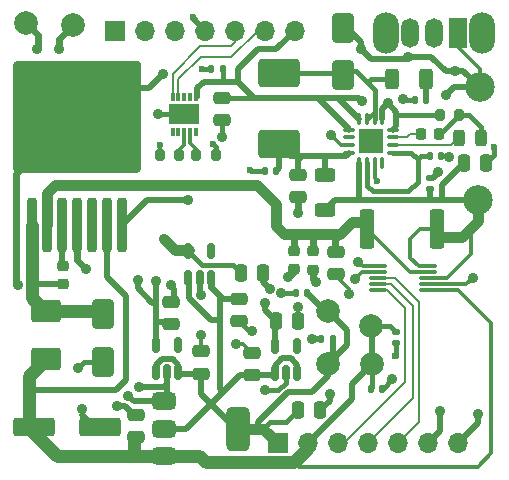
<source format=gbr>
%TF.GenerationSoftware,KiCad,Pcbnew,9.0.0*%
%TF.CreationDate,2026-01-02T12:21:10+01:00*%
%TF.ProjectId,PowerSupply,506f7765-7253-4757-9070-6c792e6b6963,rev?*%
%TF.SameCoordinates,Original*%
%TF.FileFunction,Copper,L1,Top*%
%TF.FilePolarity,Positive*%
%FSLAX46Y46*%
G04 Gerber Fmt 4.6, Leading zero omitted, Abs format (unit mm)*
G04 Created by KiCad (PCBNEW 9.0.0) date 2026-01-02 12:21:10*
%MOMM*%
%LPD*%
G01*
G04 APERTURE LIST*
G04 Aperture macros list*
%AMRoundRect*
0 Rectangle with rounded corners*
0 $1 Rounding radius*
0 $2 $3 $4 $5 $6 $7 $8 $9 X,Y pos of 4 corners*
0 Add a 4 corners polygon primitive as box body*
4,1,4,$2,$3,$4,$5,$6,$7,$8,$9,$2,$3,0*
0 Add four circle primitives for the rounded corners*
1,1,$1+$1,$2,$3*
1,1,$1+$1,$4,$5*
1,1,$1+$1,$6,$7*
1,1,$1+$1,$8,$9*
0 Add four rect primitives between the rounded corners*
20,1,$1+$1,$2,$3,$4,$5,0*
20,1,$1+$1,$4,$5,$6,$7,0*
20,1,$1+$1,$6,$7,$8,$9,0*
20,1,$1+$1,$8,$9,$2,$3,0*%
G04 Aperture macros list end*
%TA.AperFunction,SMDPad,CuDef*%
%ADD10RoundRect,0.250000X-0.650000X1.000000X-0.650000X-1.000000X0.650000X-1.000000X0.650000X1.000000X0*%
%TD*%
%TA.AperFunction,SMDPad,CuDef*%
%ADD11RoundRect,0.150000X0.150000X-0.512500X0.150000X0.512500X-0.150000X0.512500X-0.150000X-0.512500X0*%
%TD*%
%TA.AperFunction,SMDPad,CuDef*%
%ADD12RoundRect,0.140000X0.170000X-0.140000X0.170000X0.140000X-0.170000X0.140000X-0.170000X-0.140000X0*%
%TD*%
%TA.AperFunction,SMDPad,CuDef*%
%ADD13RoundRect,0.250000X0.250000X0.475000X-0.250000X0.475000X-0.250000X-0.475000X0.250000X-0.475000X0*%
%TD*%
%TA.AperFunction,SMDPad,CuDef*%
%ADD14RoundRect,0.040000X-0.120000X0.465000X-0.120000X-0.465000X0.120000X-0.465000X0.120000X0.465000X0*%
%TD*%
%TA.AperFunction,SMDPad,CuDef*%
%ADD15RoundRect,0.040000X-0.465000X0.120000X-0.465000X-0.120000X0.465000X-0.120000X0.465000X0.120000X0*%
%TD*%
%TA.AperFunction,SMDPad,CuDef*%
%ADD16R,2.100000X2.100000*%
%TD*%
%TA.AperFunction,SMDPad,CuDef*%
%ADD17RoundRect,0.250000X0.475000X-0.250000X0.475000X0.250000X-0.475000X0.250000X-0.475000X-0.250000X0*%
%TD*%
%TA.AperFunction,SMDPad,CuDef*%
%ADD18RoundRect,0.035000X-0.700000X-0.105000X0.700000X-0.105000X0.700000X0.105000X-0.700000X0.105000X0*%
%TD*%
%TA.AperFunction,SMDPad,CuDef*%
%ADD19C,2.000000*%
%TD*%
%TA.AperFunction,SMDPad,CuDef*%
%ADD20RoundRect,0.250000X-0.475000X0.250000X-0.475000X-0.250000X0.475000X-0.250000X0.475000X0.250000X0*%
%TD*%
%TA.AperFunction,SMDPad,CuDef*%
%ADD21RoundRect,0.250000X1.500000X-0.925000X1.500000X0.925000X-1.500000X0.925000X-1.500000X-0.925000X0*%
%TD*%
%TA.AperFunction,SMDPad,CuDef*%
%ADD22RoundRect,0.140000X0.140000X0.170000X-0.140000X0.170000X-0.140000X-0.170000X0.140000X-0.170000X0*%
%TD*%
%TA.AperFunction,SMDPad,CuDef*%
%ADD23C,2.500000*%
%TD*%
%TA.AperFunction,SMDPad,CuDef*%
%ADD24RoundRect,0.140000X-0.140000X-0.170000X0.140000X-0.170000X0.140000X0.170000X-0.140000X0.170000X0*%
%TD*%
%TA.AperFunction,SMDPad,CuDef*%
%ADD25RoundRect,0.375000X-0.625000X-0.375000X0.625000X-0.375000X0.625000X0.375000X-0.625000X0.375000X0*%
%TD*%
%TA.AperFunction,SMDPad,CuDef*%
%ADD26RoundRect,0.500000X-0.500000X-1.400000X0.500000X-1.400000X0.500000X1.400000X-0.500000X1.400000X0*%
%TD*%
%TA.AperFunction,SMDPad,CuDef*%
%ADD27RoundRect,0.243750X-0.243750X-0.456250X0.243750X-0.456250X0.243750X0.456250X-0.243750X0.456250X0*%
%TD*%
%TA.AperFunction,SMDPad,CuDef*%
%ADD28RoundRect,0.250000X-1.000000X0.700000X-1.000000X-0.700000X1.000000X-0.700000X1.000000X0.700000X0*%
%TD*%
%TA.AperFunction,SMDPad,CuDef*%
%ADD29RoundRect,0.218750X-0.218750X-0.256250X0.218750X-0.256250X0.218750X0.256250X-0.218750X0.256250X0*%
%TD*%
%TA.AperFunction,SMDPad,CuDef*%
%ADD30RoundRect,0.200000X0.200000X-2.100000X0.200000X2.100000X-0.200000X2.100000X-0.200000X-2.100000X0*%
%TD*%
%TA.AperFunction,SMDPad,CuDef*%
%ADD31RoundRect,0.250000X2.375000X-2.025000X2.375000X2.025000X-2.375000X2.025000X-2.375000X-2.025000X0*%
%TD*%
%TA.AperFunction,SMDPad,CuDef*%
%ADD32RoundRect,0.250002X5.149998X-4.449998X5.149998X4.449998X-5.149998X4.449998X-5.149998X-4.449998X0*%
%TD*%
%TA.AperFunction,SMDPad,CuDef*%
%ADD33RoundRect,0.225000X-0.250000X0.225000X-0.250000X-0.225000X0.250000X-0.225000X0.250000X0.225000X0*%
%TD*%
%TA.AperFunction,SMDPad,CuDef*%
%ADD34RoundRect,0.250000X0.362500X1.425000X-0.362500X1.425000X-0.362500X-1.425000X0.362500X-1.425000X0*%
%TD*%
%TA.AperFunction,ComponentPad*%
%ADD35R,1.700000X1.700000*%
%TD*%
%TA.AperFunction,ComponentPad*%
%ADD36O,1.700000X1.700000*%
%TD*%
%TA.AperFunction,SMDPad,CuDef*%
%ADD37RoundRect,0.200000X-0.200000X-0.275000X0.200000X-0.275000X0.200000X0.275000X-0.200000X0.275000X0*%
%TD*%
%TA.AperFunction,SMDPad,CuDef*%
%ADD38RoundRect,0.250000X-0.250000X-0.475000X0.250000X-0.475000X0.250000X0.475000X-0.250000X0.475000X0*%
%TD*%
%TA.AperFunction,SMDPad,CuDef*%
%ADD39RoundRect,0.250000X-1.500000X-0.550000X1.500000X-0.550000X1.500000X0.550000X-1.500000X0.550000X0*%
%TD*%
%TA.AperFunction,SMDPad,CuDef*%
%ADD40RoundRect,0.200000X0.200000X0.275000X-0.200000X0.275000X-0.200000X-0.275000X0.200000X-0.275000X0*%
%TD*%
%TA.AperFunction,SMDPad,CuDef*%
%ADD41RoundRect,0.250000X-0.625000X0.312500X-0.625000X-0.312500X0.625000X-0.312500X0.625000X0.312500X0*%
%TD*%
%TA.AperFunction,SMDPad,CuDef*%
%ADD42RoundRect,0.250000X-0.312500X-0.625000X0.312500X-0.625000X0.312500X0.625000X-0.312500X0.625000X0*%
%TD*%
%TA.AperFunction,SMDPad,CuDef*%
%ADD43RoundRect,0.225000X0.250000X-0.225000X0.250000X0.225000X-0.250000X0.225000X-0.250000X-0.225000X0*%
%TD*%
%TA.AperFunction,ComponentPad*%
%ADD44O,2.200000X3.500000*%
%TD*%
%TA.AperFunction,ComponentPad*%
%ADD45R,1.500000X2.500000*%
%TD*%
%TA.AperFunction,ComponentPad*%
%ADD46O,1.500000X2.500000*%
%TD*%
%TA.AperFunction,SMDPad,CuDef*%
%ADD47RoundRect,0.140000X-0.170000X0.140000X-0.170000X-0.140000X0.170000X-0.140000X0.170000X0.140000X0*%
%TD*%
%TA.AperFunction,SMDPad,CuDef*%
%ADD48R,0.300000X0.800000*%
%TD*%
%TA.AperFunction,SMDPad,CuDef*%
%ADD49R,2.500000X1.800000*%
%TD*%
%TA.AperFunction,SMDPad,CuDef*%
%ADD50RoundRect,0.250000X0.650000X-1.000000X0.650000X1.000000X-0.650000X1.000000X-0.650000X-1.000000X0*%
%TD*%
%TA.AperFunction,ViaPad*%
%ADD51C,0.900000*%
%TD*%
%TA.AperFunction,ViaPad*%
%ADD52C,0.600000*%
%TD*%
%TA.AperFunction,Conductor*%
%ADD53C,0.600000*%
%TD*%
%TA.AperFunction,Conductor*%
%ADD54C,0.300000*%
%TD*%
%TA.AperFunction,Conductor*%
%ADD55C,0.400000*%
%TD*%
%TA.AperFunction,Conductor*%
%ADD56C,0.500000*%
%TD*%
%TA.AperFunction,Conductor*%
%ADD57C,1.100000*%
%TD*%
%TA.AperFunction,Conductor*%
%ADD58C,0.200000*%
%TD*%
%TA.AperFunction,Conductor*%
%ADD59C,0.900000*%
%TD*%
G04 APERTURE END LIST*
D10*
%TO.P,D1,1,K*%
%TO.N,Net-(D1-K)*%
X472810000Y-314700000D03*
%TO.P,D1,2,A*%
%TO.N,GND*%
X472810000Y-318700000D03*
%TD*%
D11*
%TO.P,U4,1,IN*%
%TO.N,+3.3V*%
X487380000Y-319660000D03*
%TO.P,U4,2,GND*%
%TO.N,GND*%
X488330000Y-319660000D03*
%TO.P,U4,3,EN*%
%TO.N,+3.3V*%
X489280000Y-319660000D03*
%TO.P,U4,4,NC*%
%TO.N,unconnected-(U4-NC-Pad4)*%
X489280000Y-317385000D03*
%TO.P,U4,5,OUT*%
%TO.N,/1.5v out*%
X487380000Y-317385000D03*
%TD*%
D12*
%TO.P,C40,1*%
%TO.N,Net-(U1-BAT)*%
X500500000Y-304100000D03*
%TO.P,C40,2*%
%TO.N,GND*%
X500500000Y-303140000D03*
%TD*%
D13*
%TO.P,C138,1*%
%TO.N,GND*%
X489365000Y-315275000D03*
%TO.P,C138,2*%
%TO.N,/1.5v out*%
X487465000Y-315275000D03*
%TD*%
D14*
%TO.P,U1,1,VIN*%
%TO.N,/USB+*%
X496490000Y-298195000D03*
%TO.P,U1,2,LX*%
%TO.N,Net-(D5-K)*%
X495840000Y-298195000D03*
%TO.P,U1,3,LX*%
X495190000Y-298195000D03*
%TO.P,U1,4,VIN*%
%TO.N,/USB+*%
X494540000Y-298195000D03*
D15*
%TO.P,U1,5,VIN*%
X493655000Y-299080000D03*
%TO.P,U1,6,PWR_ON-*%
%TO.N,unconnected-(U1-PWR_ON--Pad6)*%
X493655000Y-299730000D03*
%TO.P,U1,7,GND*%
%TO.N,GND*%
X493655000Y-300380000D03*
%TO.P,U1,8,VS*%
X493655000Y-301030000D03*
D14*
%TO.P,U1,9,BAT*%
%TO.N,Net-(U1-BAT)*%
X494540000Y-301915000D03*
%TO.P,U1,10,VREG*%
%TO.N,Net-(U1-CS)*%
X495190000Y-301915000D03*
%TO.P,U1,11,TS*%
%TO.N,GND*%
X495840000Y-301915000D03*
%TO.P,U1,12,RTRICK*%
%TO.N,unconnected-(U1-RTRICK-Pad12)*%
X496490000Y-301915000D03*
D15*
%TO.P,U1,13,CS*%
%TO.N,Net-(U1-CS)*%
X497375000Y-301030000D03*
%TO.P,U1,14,~{STDBY}*%
%TO.N,Net-(D6-K)*%
X497375000Y-300380000D03*
%TO.P,U1,15,~{CHRG}*%
%TO.N,Net-(D7-K)*%
X497375000Y-299730000D03*
%TO.P,U1,16,VIN*%
%TO.N,/USB+*%
X497375000Y-299080000D03*
D16*
%TO.P,U1,17,EXP*%
%TO.N,unconnected-(U1-EXP-Pad17)*%
X495515000Y-300055000D03*
%TD*%
D17*
%TO.P,C66,1*%
%TO.N,/1.8v out*%
X478595000Y-315540000D03*
%TO.P,C66,2*%
%TO.N,GND*%
X478595000Y-313640000D03*
%TD*%
D18*
%TO.P,U10,1,A1*%
%TO.N,GND*%
X496090000Y-310655000D03*
%TO.P,U10,2,A0*%
X496090000Y-311155000D03*
%TO.P,U10,3,ALERT*%
%TO.N,/voltage Alert Pin*%
X496090000Y-311655000D03*
%TO.P,U10,4,SDA*%
%TO.N,/power SDA*%
X496090000Y-312155000D03*
%TO.P,U10,5,SCL*%
%TO.N,/power SCL*%
X496090000Y-312655000D03*
%TO.P,U10,6,VS*%
%TO.N,+5V*%
X500390000Y-312655000D03*
%TO.P,U10,7,GND*%
%TO.N,GND*%
X500390000Y-312155000D03*
%TO.P,U10,8,VBUS*%
%TO.N,Net-(U1-BAT)*%
X500390000Y-311655000D03*
%TO.P,U10,9,IN-*%
%TO.N,/battery output*%
X500390000Y-311155000D03*
%TO.P,U10,10,IN+*%
%TO.N,Net-(U1-BAT)*%
X500390000Y-310655000D03*
%TD*%
D19*
%TO.P,TP20,1,1*%
%TO.N,GND*%
X470330000Y-290170000D03*
%TD*%
D20*
%TO.P,C141,1*%
%TO.N,GND*%
X475660000Y-323225000D03*
%TO.P,C141,2*%
%TO.N,+5V*%
X475660000Y-325125000D03*
%TD*%
D21*
%TO.P,L2,1,1*%
%TO.N,GND*%
X487730000Y-300320000D03*
%TO.P,L2,2,2*%
%TO.N,Net-(D5-K)*%
X487730000Y-294270000D03*
%TD*%
D13*
%TO.P,C67,1*%
%TO.N,GND*%
X486420000Y-311215000D03*
%TO.P,C67,2*%
%TO.N,/2.8v out*%
X484520000Y-311215000D03*
%TD*%
D19*
%TO.P,TP17,1,1*%
%TO.N,+3.3V*%
X491875000Y-318895000D03*
%TD*%
D22*
%TO.P,C21,1*%
%TO.N,GND*%
X487485000Y-302535000D03*
%TO.P,C21,2*%
X486525000Y-302535000D03*
%TD*%
D23*
%TO.P,TP18,1,1*%
%TO.N,GND*%
X504725000Y-295490000D03*
%TD*%
D24*
%TO.P,C19,1*%
%TO.N,+5V*%
X495515000Y-320995000D03*
%TO.P,C19,2*%
%TO.N,GND*%
X496475000Y-320995000D03*
%TD*%
D25*
%TO.P,U11,1,GND*%
%TO.N,GND*%
X478005000Y-322085000D03*
%TO.P,U11,2,VO*%
%TO.N,+3.3V*%
X478005000Y-324385000D03*
D26*
X484305000Y-324385000D03*
D25*
%TO.P,U11,3,VI*%
%TO.N,+5V*%
X478005000Y-326685000D03*
%TD*%
D23*
%TO.P,TP10,1,1*%
%TO.N,Net-(U1-BAT)*%
X504590000Y-304990000D03*
%TD*%
D22*
%TO.P,C43,1*%
%TO.N,/USB+*%
X482965000Y-293945000D03*
%TO.P,C43,2*%
%TO.N,GND*%
X482005000Y-293945000D03*
%TD*%
%TO.P,C15,1*%
%TO.N,+3.3V*%
X490115000Y-312900000D03*
%TO.P,C15,2*%
%TO.N,GND*%
X489155000Y-312900000D03*
%TD*%
D20*
%TO.P,C65,1*%
%TO.N,GND*%
X481180000Y-317845000D03*
%TO.P,C65,2*%
%TO.N,+3.3V*%
X481180000Y-319745000D03*
%TD*%
D27*
%TO.P,D6,1,K*%
%TO.N,Net-(D6-K)*%
X502952500Y-299735000D03*
%TO.P,D6,2,A*%
%TO.N,Net-(D6-A)*%
X504827500Y-299735000D03*
%TD*%
D28*
%TO.P,L1,1,1*%
%TO.N,Net-(D1-K)*%
X467985000Y-314420000D03*
%TO.P,L1,2,2*%
%TO.N,+5V*%
X467985000Y-318520000D03*
%TD*%
D29*
%TO.P,D7,1,K*%
%TO.N,Net-(D7-K)*%
X499742500Y-299475000D03*
%TO.P,D7,2,A*%
%TO.N,Net-(D6-A)*%
X501317500Y-299475000D03*
%TD*%
D17*
%TO.P,C64,1*%
%TO.N,GND*%
X484355000Y-315265000D03*
%TO.P,C64,2*%
%TO.N,+3.3V*%
X484355000Y-313365000D03*
%TD*%
D30*
%TO.P,U9,1,SW*%
%TO.N,GND*%
X466870000Y-307130000D03*
%TO.P,U9,2,VIN*%
%TO.N,Net-(U9-VIN)*%
X468140000Y-307130000D03*
%TO.P,U9,3,BOOT*%
%TO.N,/battery output*%
X469410000Y-307130000D03*
%TO.P,U9,4,GND*%
%TO.N,Net-(D1-K)*%
X470680000Y-307130000D03*
%TO.P,U9,5,NC*%
%TO.N,unconnected-(U9-NC-Pad5)*%
X471950000Y-307130000D03*
%TO.P,U9,6,FB*%
%TO.N,Net-(SW1A-B)*%
X473220000Y-307130000D03*
%TO.P,U9,7,EN*%
%TO.N,+5V*%
X474490000Y-307130000D03*
D31*
%TO.P,U9,8,8*%
%TO.N,GND*%
X467905000Y-300405000D03*
X473455000Y-300405000D03*
D32*
X470680000Y-297980000D03*
D31*
X467905000Y-295555000D03*
X473455000Y-295555000D03*
%TD*%
D19*
%TO.P,TP19,1,1*%
%TO.N,+5V*%
X495625000Y-318900000D03*
%TD*%
D33*
%TO.P,C36,1*%
%TO.N,/battery output*%
X490640000Y-309370000D03*
%TO.P,C36,2*%
%TO.N,GND*%
X490640000Y-310920000D03*
%TD*%
D34*
%TO.P,R25,1*%
%TO.N,Net-(U1-BAT)*%
X501092500Y-307505000D03*
%TO.P,R25,2*%
%TO.N,/battery output*%
X495167500Y-307505000D03*
%TD*%
D20*
%TO.P,C39,1*%
%TO.N,GND*%
X489375000Y-302890000D03*
%TO.P,C39,2*%
X489375000Y-304790000D03*
%TD*%
D35*
%TO.P,J2,1,Pin_1*%
%TO.N,+3.3V*%
X487650000Y-325605000D03*
D36*
%TO.P,J2,2,Pin_2*%
%TO.N,+5V*%
X490190000Y-325605000D03*
%TO.P,J2,3,Pin_3*%
%TO.N,/power SCL*%
X492730000Y-325605000D03*
%TO.P,J2,4,Pin_4*%
%TO.N,/power SDA*%
X495270000Y-325605000D03*
%TO.P,J2,5,Pin_5*%
%TO.N,/voltage Alert Pin*%
X497810000Y-325605000D03*
%TO.P,J2,6,Pin_6*%
%TO.N,GND*%
X500350000Y-325605000D03*
%TO.P,J2,7,Pin_7*%
X502890000Y-325605000D03*
%TD*%
D24*
%TO.P,C42,1*%
%TO.N,Net-(U1-CS)*%
X500505000Y-301290000D03*
%TO.P,C42,2*%
%TO.N,GND*%
X501465000Y-301290000D03*
%TD*%
D37*
%TO.P,R23,1*%
%TO.N,/USB+*%
X501340000Y-297865000D03*
%TO.P,R23,2*%
%TO.N,Net-(D6-A)*%
X502990000Y-297865000D03*
%TD*%
D11*
%TO.P,U2,1,IN*%
%TO.N,+3.3V*%
X480075000Y-311630000D03*
%TO.P,U2,2,GND*%
%TO.N,GND*%
X481025000Y-311630000D03*
%TO.P,U2,3,EN*%
%TO.N,+3.3V*%
X481975000Y-311630000D03*
%TO.P,U2,4,NC*%
%TO.N,unconnected-(U2-NC-Pad4)*%
X481975000Y-309355000D03*
%TO.P,U2,5,OUT*%
%TO.N,/2.8v out*%
X480075000Y-309355000D03*
%TD*%
D38*
%TO.P,C41,1*%
%TO.N,Net-(U1-BAT)*%
X503375000Y-301905000D03*
%TO.P,C41,2*%
%TO.N,GND*%
X505275000Y-301905000D03*
%TD*%
D39*
%TO.P,C37,1*%
%TO.N,+5V*%
X467000000Y-324285000D03*
%TO.P,C37,2*%
%TO.N,GND*%
X472600000Y-324285000D03*
%TD*%
D33*
%TO.P,C38,1*%
%TO.N,/battery output*%
X489045000Y-309345000D03*
%TO.P,C38,2*%
%TO.N,GND*%
X489045000Y-310895000D03*
%TD*%
D40*
%TO.P,R19,1*%
%TO.N,Net-(IC1-VSET)*%
X479295000Y-301230000D03*
%TO.P,R19,2*%
%TO.N,GND*%
X477645000Y-301230000D03*
%TD*%
D38*
%TO.P,C4,1*%
%TO.N,+3.3V*%
X489345000Y-322825000D03*
%TO.P,C4,2*%
%TO.N,GND*%
X491245000Y-322825000D03*
%TD*%
D20*
%TO.P,C137,1*%
%TO.N,GND*%
X485425000Y-317962500D03*
%TO.P,C137,2*%
%TO.N,+3.3V*%
X485425000Y-319862500D03*
%TD*%
D22*
%TO.P,C12,1*%
%TO.N,GND*%
X500195000Y-296535000D03*
%TO.P,C12,2*%
X499235000Y-296535000D03*
%TD*%
D41*
%TO.P,R13,1*%
%TO.N,GND*%
X491625000Y-302932500D03*
%TO.P,R13,2*%
%TO.N,Net-(U1-BAT)*%
X491625000Y-305857500D03*
%TD*%
D35*
%TO.P,J1,1,Pin_1*%
%TO.N,/1.8v out*%
X473860000Y-290680000D03*
D36*
%TO.P,J1,2,Pin_2*%
%TO.N,/2.8v out*%
X476400000Y-290680000D03*
%TO.P,J1,3,Pin_3*%
%TO.N,/1.5v out*%
X478940000Y-290680000D03*
%TO.P,J1,4,Pin_4*%
%TO.N,GND*%
X481480000Y-290680000D03*
%TO.P,J1,5,Pin_5*%
%TO.N,/CC2*%
X484020000Y-290680000D03*
%TO.P,J1,6,Pin_6*%
%TO.N,/CC1*%
X486560000Y-290680000D03*
%TO.P,J1,7,Pin_7*%
%TO.N,/USB+*%
X489100000Y-290680000D03*
%TD*%
D20*
%TO.P,C5,1*%
%TO.N,/battery output*%
X492535000Y-309425000D03*
%TO.P,C5,2*%
%TO.N,GND*%
X492535000Y-311325000D03*
%TD*%
D11*
%TO.P,U3,1,IN*%
%TO.N,+3.3V*%
X477327500Y-319592500D03*
%TO.P,U3,2,GND*%
%TO.N,GND*%
X478277500Y-319592500D03*
%TO.P,U3,3,EN*%
%TO.N,+3.3V*%
X479227500Y-319592500D03*
%TO.P,U3,4,NC*%
%TO.N,unconnected-(U3-NC-Pad4)*%
X479227500Y-317317500D03*
%TO.P,U3,5,OUT*%
%TO.N,/1.8v out*%
X477327500Y-317317500D03*
%TD*%
D37*
%TO.P,R20,1*%
%TO.N,Net-(IC1-ISET)*%
X480745000Y-301210000D03*
%TO.P,R20,2*%
%TO.N,GND*%
X482395000Y-301210000D03*
%TD*%
D19*
%TO.P,TP16,1,1*%
%TO.N,+3.3V*%
X491875000Y-314395000D03*
%TD*%
D42*
%TO.P,R14,1*%
%TO.N,Net-(D5-K)*%
X497270000Y-294810000D03*
%TO.P,R14,2*%
%TO.N,GND*%
X500195000Y-294810000D03*
%TD*%
D43*
%TO.P,C22,1*%
%TO.N,Net-(D1-K)*%
X469450000Y-312140000D03*
%TO.P,C22,2*%
%TO.N,Net-(U9-VIN)*%
X469450000Y-310590000D03*
%TD*%
D19*
%TO.P,TP13,1,1*%
%TO.N,+5V*%
X495540000Y-315690000D03*
%TD*%
D44*
%TO.P,SW1,*%
%TO.N,*%
X504960000Y-290880000D03*
X496760000Y-290880000D03*
D45*
%TO.P,SW1,1,A*%
%TO.N,GND*%
X502860000Y-290880000D03*
D46*
%TO.P,SW1,2,B*%
%TO.N,Net-(SW1A-B)*%
X500860000Y-290880000D03*
%TO.P,SW1,3*%
%TO.N,N/C*%
X498860000Y-290880000D03*
%TD*%
D47*
%TO.P,C20,1*%
%TO.N,+5V*%
X497645000Y-316210000D03*
%TO.P,C20,2*%
%TO.N,GND*%
X497645000Y-317170000D03*
%TD*%
D20*
%TO.P,C44,1*%
%TO.N,/USB+*%
X482900000Y-296390000D03*
%TO.P,C44,2*%
%TO.N,GND*%
X482900000Y-298290000D03*
%TD*%
D19*
%TO.P,TP14,1,1*%
%TO.N,GND*%
X466310000Y-290015000D03*
%TD*%
D24*
%TO.P,C16,1*%
%TO.N,GND*%
X491325000Y-316770000D03*
%TO.P,C16,2*%
%TO.N,+3.3V*%
X492285000Y-316770000D03*
%TD*%
D48*
%TO.P,IC1,1,VIN*%
%TO.N,/USB+*%
X480727500Y-296265000D03*
%TO.P,IC1,2,D+*%
%TO.N,unconnected-(IC1-D+-Pad2)*%
X480227500Y-296265000D03*
%TO.P,IC1,3,D-*%
%TO.N,unconnected-(IC1-D--Pad3)*%
X479727500Y-296265000D03*
%TO.P,IC1,4,CC1*%
%TO.N,/CC1*%
X479227500Y-296265000D03*
%TO.P,IC1,5,CC2*%
%TO.N,/CC2*%
X478727500Y-296265000D03*
%TO.P,IC1,6,SDA*%
%TO.N,unconnected-(IC1-SDA-Pad6)*%
X478727500Y-299265000D03*
%TO.P,IC1,7,SCL*%
%TO.N,unconnected-(IC1-SCL-Pad7)*%
X479227500Y-299265000D03*
%TO.P,IC1,8,VSET*%
%TO.N,Net-(IC1-VSET)*%
X479727500Y-299265000D03*
%TO.P,IC1,9,ISET*%
%TO.N,Net-(IC1-ISET)*%
X480227500Y-299265000D03*
%TO.P,IC1,10,GATE*%
%TO.N,unconnected-(IC1-GATE-Pad10)*%
X480727500Y-299265000D03*
D49*
%TO.P,IC1,11,GND*%
%TO.N,GND*%
X479727500Y-297765000D03*
%TD*%
D50*
%TO.P,D5,1,K*%
%TO.N,Net-(D5-K)*%
X493140000Y-294435000D03*
%TO.P,D5,2,A*%
%TO.N,GND*%
X493140000Y-290435000D03*
%TD*%
D51*
%TO.N,GND*%
X492140000Y-299520000D03*
X488545000Y-311580000D03*
D52*
X485280000Y-302480000D03*
D51*
X482885000Y-299680000D03*
X465645000Y-312200000D03*
X494410000Y-310235000D03*
X467245000Y-292240000D03*
X478565000Y-312245000D03*
X498275000Y-296460000D03*
X474010000Y-322425000D03*
X501885000Y-296130000D03*
X489350000Y-306135000D03*
X497300000Y-320215000D03*
D52*
X477630000Y-300375000D03*
D51*
X477910000Y-294345000D03*
X477480000Y-297735000D03*
X494720000Y-292240000D03*
X471090000Y-322725000D03*
X494205000Y-311705000D03*
X489365000Y-314120000D03*
D52*
X505925000Y-300515000D03*
D51*
X490530000Y-316775000D03*
X502620000Y-294095000D03*
X469130000Y-292275000D03*
X481138002Y-313029498D03*
D52*
X497605000Y-318265000D03*
D51*
X487950000Y-312890000D03*
X484090000Y-317230000D03*
D52*
X496065000Y-303380000D03*
D51*
X475885000Y-320820000D03*
X504130000Y-311640000D03*
X471395000Y-310825000D03*
X490840000Y-311935000D03*
X493680000Y-312995000D03*
X504560000Y-323150000D03*
X501240000Y-302630000D03*
X481100000Y-316450000D03*
D52*
X482140000Y-300295000D03*
D51*
X486990000Y-312525000D03*
X502175000Y-301360000D03*
X501370000Y-322900000D03*
X492065000Y-321455000D03*
D52*
X480450000Y-289565000D03*
D51*
X485480000Y-316135000D03*
X498625000Y-292880000D03*
X486540000Y-321140000D03*
X470750000Y-319210000D03*
D52*
X481235000Y-293915000D03*
D51*
X474980000Y-321625000D03*
%TO.N,/USB+*%
X496955000Y-296825000D03*
X494730000Y-296624998D03*
%TO.N,Net-(SW1A-B)*%
X480075000Y-305055000D03*
%TO.N,/1.5v out*%
X486543175Y-313723175D03*
%TO.N,/1.8v out*%
X475795000Y-311820000D03*
X477315000Y-311895000D03*
%TO.N,/2.8v out*%
X478005000Y-308345000D03*
%TD*%
D53*
%TO.N,GND*%
X467310000Y-292175000D02*
X467245000Y-292240000D01*
D54*
X492455000Y-311335000D02*
X493680000Y-312560000D01*
D53*
X489045000Y-311080000D02*
X488545000Y-311580000D01*
D55*
X502105000Y-301290000D02*
X502175000Y-301360000D01*
D54*
X477645000Y-300390000D02*
X477630000Y-300375000D01*
D56*
X500809999Y-303140000D02*
X501240000Y-302709999D01*
D54*
X495840000Y-301915000D02*
X495840000Y-303155000D01*
D56*
X503330000Y-294095000D02*
X502620000Y-294095000D01*
X504725000Y-295490000D02*
X503330000Y-294095000D01*
X476700000Y-295555000D02*
X477910000Y-294345000D01*
D54*
X468255000Y-300405000D02*
X470680000Y-297980000D01*
D56*
X487730000Y-302290000D02*
X487485000Y-302535000D01*
X481480000Y-290680000D02*
X480450000Y-289650000D01*
X481070000Y-313087500D02*
X481075000Y-313092500D01*
X487730000Y-300320000D02*
X487730000Y-302290000D01*
X481070000Y-311545000D02*
X481070000Y-313087500D01*
D55*
X477510000Y-297765000D02*
X477480000Y-297735000D01*
D53*
X489045000Y-310895000D02*
X489045000Y-311080000D01*
D56*
X493185000Y-290087500D02*
X494720000Y-291622500D01*
X500650000Y-292880000D02*
X501865000Y-294095000D01*
D55*
X485225000Y-316135000D02*
X485480000Y-316135000D01*
D53*
X467310000Y-291015000D02*
X467310000Y-292175000D01*
D56*
X500500000Y-303140000D02*
X500809999Y-303140000D01*
X478277500Y-320570000D02*
X478277500Y-321572500D01*
D54*
X494830000Y-310655000D02*
X494410000Y-310235000D01*
X493000000Y-300380000D02*
X492140000Y-299520000D01*
D56*
X489720000Y-301257500D02*
X489375000Y-301602500D01*
D54*
X473455000Y-295555000D02*
X473105000Y-295555000D01*
X502860000Y-290880000D02*
X502860000Y-292105000D01*
D55*
X497645000Y-318225000D02*
X497605000Y-318265000D01*
D54*
X468255000Y-295555000D02*
X470680000Y-297980000D01*
D55*
X487680000Y-321140000D02*
X488330000Y-320490000D01*
D56*
X491520000Y-301257500D02*
X489720000Y-301257500D01*
X478027500Y-320820000D02*
X475885000Y-320820000D01*
D55*
X501465000Y-301290000D02*
X502105000Y-301290000D01*
X486525000Y-302535000D02*
X485335000Y-302535000D01*
D56*
X491625000Y-301362500D02*
X491625000Y-302932500D01*
D53*
X470680000Y-307130000D02*
X470680000Y-310110000D01*
D55*
X496475000Y-320995000D02*
X496520000Y-320995000D01*
D56*
X491245000Y-322825000D02*
X492065000Y-322005000D01*
D54*
X467905000Y-300405000D02*
X468255000Y-300405000D01*
D53*
X489375000Y-306110000D02*
X489350000Y-306135000D01*
D55*
X472810000Y-318700000D02*
X471260000Y-318700000D01*
D53*
X470680000Y-310110000D02*
X471395000Y-310825000D01*
D55*
X471260000Y-318700000D02*
X470750000Y-319210000D01*
D56*
X500350000Y-325605000D02*
X501370000Y-324585000D01*
D53*
X465447918Y-302817082D02*
X467860000Y-300405000D01*
D56*
X501240000Y-302709999D02*
X501240000Y-302630000D01*
D54*
X493680000Y-312560000D02*
X493680000Y-312995000D01*
D56*
X491520000Y-301257500D02*
X491625000Y-301362500D01*
D55*
X482395000Y-301210000D02*
X482395000Y-300550000D01*
D54*
X477645000Y-301230000D02*
X477645000Y-300390000D01*
D56*
X490535000Y-316770000D02*
X490530000Y-316775000D01*
D55*
X489155000Y-312900000D02*
X487960000Y-312900000D01*
D56*
X492065000Y-322005000D02*
X492065000Y-321455000D01*
X489720000Y-301257500D02*
X488667500Y-301257500D01*
X473455000Y-295555000D02*
X476700000Y-295555000D01*
X502620000Y-294095000D02*
X501865000Y-294095000D01*
D54*
X502860000Y-292105000D02*
X504725000Y-293970000D01*
D55*
X499235000Y-296535000D02*
X498350000Y-296535000D01*
D56*
X478277500Y-320570000D02*
X478027500Y-320820000D01*
D54*
X467905000Y-295555000D02*
X468255000Y-295555000D01*
X481180000Y-316530000D02*
X481100000Y-316450000D01*
D56*
X488667500Y-301257500D02*
X487730000Y-300320000D01*
D54*
X473105000Y-300405000D02*
X470680000Y-297980000D01*
D53*
X467860000Y-300405000D02*
X467905000Y-300405000D01*
D54*
X473105000Y-295555000D02*
X470680000Y-297980000D01*
D56*
X502890000Y-325605000D02*
X504560000Y-323935000D01*
D54*
X504725000Y-293970000D02*
X504725000Y-295490000D01*
D56*
X504725000Y-295490000D02*
X502525000Y-295490000D01*
X504560000Y-323935000D02*
X504560000Y-323150000D01*
D53*
X465447918Y-312002918D02*
X465447918Y-302817082D01*
D54*
X489365000Y-315275000D02*
X489365000Y-314120000D01*
D56*
X494720000Y-291622500D02*
X494720000Y-292240000D01*
D55*
X485335000Y-302535000D02*
X485280000Y-302480000D01*
X487960000Y-312900000D02*
X487950000Y-312890000D01*
D56*
X493454500Y-301257500D02*
X491520000Y-301257500D01*
X502525000Y-295490000D02*
X501885000Y-296130000D01*
X478277500Y-319592500D02*
X478277500Y-320570000D01*
D55*
X484355000Y-315265000D02*
X485225000Y-316135000D01*
X498350000Y-296535000D02*
X498275000Y-296460000D01*
D56*
X475475000Y-323190000D02*
X474710000Y-322425000D01*
D54*
X496090000Y-311155000D02*
X494755000Y-311155000D01*
D56*
X486420000Y-311955000D02*
X486990000Y-312525000D01*
X474710000Y-322425000D02*
X474010000Y-322425000D01*
D54*
X485425000Y-317962500D02*
X484692500Y-317230000D01*
X473455000Y-300405000D02*
X473105000Y-300405000D01*
D53*
X466310000Y-290015000D02*
X467310000Y-291015000D01*
D56*
X501370000Y-324585000D02*
X501370000Y-322900000D01*
X486420000Y-311215000D02*
X486420000Y-311955000D01*
X478860000Y-312540000D02*
X478565000Y-312245000D01*
D53*
X490640000Y-310920000D02*
X490640000Y-311735000D01*
D54*
X495840000Y-303155000D02*
X496065000Y-303380000D01*
D56*
X477770000Y-322080000D02*
X475435000Y-322080000D01*
D54*
X484692500Y-317230000D02*
X484090000Y-317230000D01*
X493655000Y-300380000D02*
X493000000Y-300380000D01*
X500390000Y-312155000D02*
X503615000Y-312155000D01*
D56*
X500650000Y-292880000D02*
X498625000Y-292880000D01*
D53*
X469130000Y-291370000D02*
X469130000Y-292275000D01*
X490640000Y-311735000D02*
X490840000Y-311935000D01*
D55*
X481265000Y-293945000D02*
X481235000Y-293915000D01*
D54*
X496090000Y-310655000D02*
X494830000Y-310655000D01*
D56*
X495561000Y-293081000D02*
X494720000Y-292240000D01*
D53*
X470330000Y-290170000D02*
X469130000Y-291370000D01*
D55*
X496520000Y-320995000D02*
X497300000Y-320215000D01*
D56*
X498424000Y-293081000D02*
X495561000Y-293081000D01*
D55*
X482395000Y-300550000D02*
X482140000Y-300295000D01*
D56*
X491325000Y-316770000D02*
X490535000Y-316770000D01*
X472210000Y-324355000D02*
X471090000Y-323235000D01*
X500195000Y-296535000D02*
X500195000Y-294810000D01*
D54*
X481180000Y-317845000D02*
X481180000Y-316530000D01*
D53*
X465645000Y-312200000D02*
X465447918Y-312002918D01*
D54*
X494755000Y-311155000D02*
X494205000Y-311705000D01*
D55*
X505925000Y-300515000D02*
X505925000Y-301255000D01*
X482900000Y-298290000D02*
X482900000Y-299665000D01*
D56*
X493655000Y-301057000D02*
X493454500Y-301257500D01*
D55*
X482005000Y-293945000D02*
X481265000Y-293945000D01*
D56*
X480450000Y-289650000D02*
X480450000Y-289565000D01*
X498625000Y-292880000D02*
X498424000Y-293081000D01*
X478277500Y-321572500D02*
X477770000Y-322080000D01*
X489375000Y-301602500D02*
X489375000Y-302890000D01*
X475435000Y-322080000D02*
X474980000Y-321625000D01*
D54*
X503615000Y-312155000D02*
X504130000Y-311640000D01*
D56*
X478860000Y-313455000D02*
X478860000Y-312540000D01*
D55*
X488330000Y-319660000D02*
X488330000Y-320490000D01*
X487680000Y-321140000D02*
X486540000Y-321140000D01*
X497645000Y-317170000D02*
X497645000Y-318225000D01*
X479727500Y-297765000D02*
X477510000Y-297765000D01*
D53*
X489375000Y-304790000D02*
X489375000Y-306110000D01*
D55*
X505925000Y-301255000D02*
X505275000Y-301905000D01*
D56*
%TO.N,+5V*%
X473975000Y-321120000D02*
X468015000Y-321120000D01*
X473220000Y-307130000D02*
X473220000Y-311565000D01*
D57*
X477770000Y-326680000D02*
X475475000Y-326680000D01*
D54*
X491664480Y-327610833D02*
X489422515Y-327610833D01*
D56*
X468015000Y-321120000D02*
X467985000Y-321150000D01*
D57*
X475475000Y-326680000D02*
X468935000Y-326680000D01*
D56*
X474820000Y-320275000D02*
X473975000Y-321120000D01*
D57*
X475475000Y-326680000D02*
X475475000Y-325090000D01*
D56*
X495625000Y-315775000D02*
X495540000Y-315690000D01*
D54*
X504552807Y-327609339D02*
X504419979Y-327609339D01*
D55*
X497125000Y-315690000D02*
X497645000Y-316210000D01*
X495625000Y-318900000D02*
X495625000Y-320885000D01*
D56*
X490190000Y-325605000D02*
X493890000Y-321905000D01*
D54*
X504419979Y-327609339D02*
X491664480Y-327610833D01*
D57*
X466610000Y-319895000D02*
X467985000Y-318520000D01*
D56*
X493890000Y-320635000D02*
X495625000Y-318900000D01*
D57*
X480990000Y-326680000D02*
X481522021Y-327212021D01*
X468935000Y-326680000D02*
X466610000Y-324355000D01*
X477770000Y-326680000D02*
X480990000Y-326680000D01*
D56*
X495625000Y-318900000D02*
X495625000Y-315775000D01*
D54*
X500390000Y-312655000D02*
X502915000Y-312655000D01*
X489422515Y-327610833D02*
X489023341Y-327211659D01*
D57*
X481522021Y-327212021D02*
X484614959Y-327211659D01*
D56*
X466625000Y-321150000D02*
X466610000Y-321135000D01*
D57*
X489023341Y-327211659D02*
X490190000Y-326045000D01*
X490190000Y-326045000D02*
X490190000Y-325605000D01*
D56*
X467985000Y-321150000D02*
X466625000Y-321150000D01*
X474820000Y-313165000D02*
X474820000Y-320275000D01*
D54*
X502915000Y-312655000D02*
X505720000Y-315460000D01*
D56*
X490190000Y-325605000D02*
X490190000Y-325900000D01*
D57*
X466610000Y-321135000D02*
X466610000Y-319895000D01*
D56*
X493890000Y-321905000D02*
X493890000Y-320635000D01*
D57*
X484614959Y-327211659D02*
X489023341Y-327211659D01*
D54*
X505720000Y-315460000D02*
X505720000Y-326442146D01*
D55*
X495540000Y-315690000D02*
X497125000Y-315690000D01*
D54*
X505720000Y-326442146D02*
X504552807Y-327609339D01*
D55*
X495625000Y-320885000D02*
X495515000Y-320995000D01*
D57*
X466610000Y-324355000D02*
X466610000Y-321135000D01*
D56*
X473220000Y-311565000D02*
X474820000Y-313165000D01*
%TO.N,/USB+*%
X484280000Y-293950000D02*
X485965000Y-292265000D01*
D55*
X497690000Y-298015000D02*
X497840000Y-297865000D01*
D56*
X484280000Y-294995000D02*
X484280000Y-293950000D01*
X497690000Y-297560000D02*
X496955000Y-296825000D01*
X483535000Y-294995000D02*
X484280000Y-294995000D01*
X493655000Y-299030000D02*
X491005000Y-296380000D01*
X497690000Y-298765000D02*
X497690000Y-298015000D01*
X493655000Y-299080000D02*
X493655000Y-299030000D01*
X480828500Y-295536500D02*
X480828500Y-296265000D01*
X485665000Y-296380000D02*
X491005000Y-296380000D01*
D55*
X482965000Y-293945000D02*
X482965000Y-294945000D01*
D56*
X497690000Y-298015000D02*
X497690000Y-297560000D01*
X496490000Y-298195000D02*
X496490000Y-297290000D01*
X485965000Y-292265000D02*
X487515000Y-292265000D01*
X497375000Y-299080000D02*
X497690000Y-298765000D01*
X492725000Y-296380000D02*
X494485000Y-296380000D01*
D55*
X482900000Y-296390000D02*
X485655000Y-296390000D01*
D56*
X481370000Y-294995000D02*
X480828500Y-295536500D01*
D55*
X497840000Y-297865000D02*
X501340000Y-297865000D01*
X485655000Y-296390000D02*
X485665000Y-296380000D01*
D56*
X494540000Y-298195000D02*
X492725000Y-296380000D01*
X492725000Y-296380000D02*
X491005000Y-296380000D01*
X496490000Y-297290000D02*
X496955000Y-296825000D01*
X483535000Y-294995000D02*
X481370000Y-294995000D01*
X494485000Y-296380000D02*
X494730000Y-296624998D01*
X487515000Y-292265000D02*
X489100000Y-290680000D01*
X485665000Y-296380000D02*
X484280000Y-294995000D01*
D58*
%TO.N,/CC1*%
X485945000Y-290680000D02*
X486560000Y-290680000D01*
X479227500Y-296265000D02*
X479227500Y-294812500D01*
X481100000Y-292940000D02*
X483685000Y-292940000D01*
X479227500Y-294812500D02*
X481100000Y-292940000D01*
X483685000Y-292940000D02*
X485945000Y-290680000D01*
%TO.N,/CC2*%
X484020000Y-291685000D02*
X483685000Y-292020000D01*
X481040000Y-292020000D02*
X478727500Y-294332500D01*
X483685000Y-292020000D02*
X481040000Y-292020000D01*
X484020000Y-290680000D02*
X484020000Y-291685000D01*
X478727500Y-294332500D02*
X478727500Y-296265000D01*
D53*
%TO.N,/battery output*%
X490640000Y-309370000D02*
X490640000Y-307955000D01*
D59*
X489060000Y-307940000D02*
X490625000Y-307940000D01*
X485875000Y-303780000D02*
X487485000Y-305390000D01*
D54*
X498817500Y-311155000D02*
X495167500Y-307505000D01*
D53*
X490640000Y-307955000D02*
X490625000Y-307940000D01*
X492455000Y-309435000D02*
X492455000Y-308390000D01*
D59*
X487485000Y-307230000D02*
X488195000Y-307940000D01*
D54*
X500390000Y-311155000D02*
X498817500Y-311155000D01*
D59*
X490625000Y-307940000D02*
X492905000Y-307940000D01*
X487485000Y-305390000D02*
X487485000Y-307230000D01*
D53*
X492455000Y-308390000D02*
X492905000Y-307940000D01*
D59*
X468140000Y-304410000D02*
X468770000Y-303780000D01*
D56*
X469410000Y-310550000D02*
X469450000Y-310590000D01*
D59*
X492905000Y-307940000D02*
X493965000Y-306880000D01*
X493965000Y-306880000D02*
X495140000Y-306880000D01*
D53*
X489045000Y-309345000D02*
X489045000Y-307955000D01*
D59*
X468140000Y-307130000D02*
X468140000Y-304410000D01*
D53*
X489045000Y-307955000D02*
X489060000Y-307940000D01*
D56*
X469410000Y-307130000D02*
X469410000Y-310550000D01*
D59*
X468770000Y-303780000D02*
X485875000Y-303780000D01*
X488195000Y-307940000D02*
X489060000Y-307940000D01*
D56*
%TO.N,+3.3V*%
X481180000Y-321490000D02*
X481180000Y-319745000D01*
X487177500Y-319862500D02*
X487380000Y-319660000D01*
X493475000Y-315995000D02*
X491875000Y-314395000D01*
X491610000Y-314395000D02*
X490115000Y-312900000D01*
X487380000Y-319047500D02*
X487990000Y-318437500D01*
X485965000Y-323780000D02*
X488505000Y-321240000D01*
X493475000Y-317295000D02*
X493475000Y-315995000D01*
X490555000Y-321240000D02*
X491875000Y-319920000D01*
X482765000Y-314165000D02*
X482765000Y-313165000D01*
D55*
X488311040Y-323858960D02*
X486946040Y-323858960D01*
D56*
X482765000Y-313165000D02*
X482965000Y-313365000D01*
X482765000Y-315190000D02*
X482765000Y-314165000D01*
X479227500Y-319592500D02*
X479227500Y-318962500D01*
X478744000Y-318479000D02*
X477874400Y-318479000D01*
X485425000Y-319862500D02*
X487177500Y-319862500D01*
X482765000Y-315190000D02*
X481955000Y-315190000D01*
X477327500Y-319025900D02*
X477327500Y-319592500D01*
X491875000Y-314395000D02*
X491610000Y-314395000D01*
X477770000Y-324380000D02*
X479900000Y-324380000D01*
X489280000Y-318957500D02*
X489280000Y-319660000D01*
D59*
X486425000Y-324380000D02*
X487650000Y-325605000D01*
D56*
X491875000Y-318895000D02*
X493475000Y-317295000D01*
X491875000Y-319920000D02*
X491875000Y-318895000D01*
X487990000Y-318437500D02*
X488760000Y-318437500D01*
D53*
X481965000Y-312365000D02*
X482765000Y-313165000D01*
D56*
X479227500Y-318962500D02*
X478744000Y-318479000D01*
D59*
X484070000Y-324380000D02*
X485965000Y-324380000D01*
D56*
X482990000Y-321290000D02*
X484417500Y-319862500D01*
X488760000Y-318437500D02*
X489280000Y-318957500D01*
X477874400Y-318479000D02*
X477327500Y-319025900D01*
X484417500Y-319862500D02*
X485425000Y-319862500D01*
X485965000Y-324380000D02*
X485965000Y-323780000D01*
D55*
X489345000Y-322825000D02*
X488311040Y-323858960D01*
D56*
X488505000Y-321240000D02*
X490555000Y-321240000D01*
D53*
X481965000Y-311587500D02*
X481965000Y-312365000D01*
D56*
X481180000Y-319745000D02*
X479380000Y-319745000D01*
X481180000Y-321490000D02*
X481985000Y-322295000D01*
X492285000Y-318485000D02*
X492285000Y-316770000D01*
X481955000Y-315190000D02*
X480105000Y-313340000D01*
D59*
X485965000Y-324380000D02*
X486425000Y-324380000D01*
D55*
X486946040Y-323858960D02*
X486425000Y-324380000D01*
D56*
X482765000Y-321065000D02*
X482765000Y-315190000D01*
X482965000Y-313365000D02*
X484355000Y-313365000D01*
X482990000Y-321290000D02*
X482765000Y-321065000D01*
X479900000Y-324380000D02*
X481985000Y-322295000D01*
X481985000Y-322295000D02*
X482990000Y-321290000D01*
X479380000Y-319745000D02*
X479227500Y-319592500D01*
X491875000Y-318895000D02*
X492285000Y-318485000D01*
X480105000Y-313340000D02*
X480105000Y-311547500D01*
X484070000Y-324380000D02*
X481985000Y-322295000D01*
X487380000Y-319660000D02*
X487380000Y-319047500D01*
D57*
%TO.N,Net-(D1-K)*%
X466870000Y-307130000D02*
X466870000Y-311975000D01*
X472530000Y-314420000D02*
X472810000Y-314700000D01*
X467985000Y-314420000D02*
X472530000Y-314420000D01*
X466870000Y-313305000D02*
X467985000Y-314420000D01*
X466870000Y-311975000D02*
X466870000Y-313305000D01*
D56*
X469450000Y-312140000D02*
X467035000Y-312140000D01*
X467035000Y-312140000D02*
X466870000Y-311975000D01*
%TO.N,Net-(SW1A-B)*%
X476565000Y-305055000D02*
X480075000Y-305055000D01*
X474490000Y-307130000D02*
X476565000Y-305055000D01*
D55*
%TO.N,Net-(U1-CS)*%
X495190000Y-303825000D02*
X495660000Y-304295000D01*
X499780000Y-301290000D02*
X499480000Y-301590000D01*
X499480000Y-303485000D02*
X499480000Y-301590000D01*
X495190000Y-301915000D02*
X495190000Y-303825000D01*
X495660000Y-304295000D02*
X498670000Y-304295000D01*
X498920000Y-301030000D02*
X497375000Y-301030000D01*
X498670000Y-304295000D02*
X499480000Y-303485000D01*
X499480000Y-301590000D02*
X498920000Y-301030000D01*
X500505000Y-301290000D02*
X499780000Y-301290000D01*
%TO.N,Net-(D5-K)*%
X492975000Y-294270000D02*
X493140000Y-294435000D01*
X495840000Y-298195000D02*
X495840000Y-297095000D01*
X493185000Y-294087500D02*
X494227500Y-294087500D01*
X495530000Y-294810000D02*
X495240000Y-295100000D01*
X487730000Y-294270000D02*
X492975000Y-294270000D01*
X497270000Y-294810000D02*
X495530000Y-294810000D01*
X495240000Y-295100000D02*
X494227500Y-294087500D01*
X495190000Y-298195000D02*
X495840000Y-297545000D01*
X495840000Y-297545000D02*
X495840000Y-297095000D01*
X495840000Y-295700000D02*
X495240000Y-295100000D01*
X495840000Y-297095000D02*
X495840000Y-295700000D01*
D58*
%TO.N,Net-(D6-K)*%
X497375000Y-300380000D02*
X502307500Y-300380000D01*
X502307500Y-300380000D02*
X502952500Y-299735000D01*
D55*
%TO.N,Net-(D6-A)*%
X503845000Y-297865000D02*
X504827500Y-298847500D01*
X501380000Y-299475000D02*
X502990000Y-297865000D01*
X501317500Y-299475000D02*
X501380000Y-299475000D01*
X502990000Y-297865000D02*
X503845000Y-297865000D01*
X504827500Y-298847500D02*
X504827500Y-299735000D01*
D58*
%TO.N,Net-(D7-K)*%
X498800000Y-299475000D02*
X498545000Y-299730000D01*
X499742500Y-299475000D02*
X498800000Y-299475000D01*
X498545000Y-299730000D02*
X497375000Y-299730000D01*
%TO.N,/power SCL*%
X496875000Y-312655000D02*
X496090000Y-312655000D01*
X498420000Y-320400000D02*
X498420000Y-314200000D01*
X492730000Y-325605000D02*
X493215000Y-325605000D01*
X498420000Y-314200000D02*
X496875000Y-312655000D01*
X493215000Y-325605000D02*
X498420000Y-320400000D01*
%TO.N,/power SDA*%
X495270000Y-325605000D02*
X499070000Y-321805000D01*
X497210000Y-312155000D02*
X496090000Y-312155000D01*
X499070000Y-321805000D02*
X499070000Y-314015000D01*
X499070000Y-314015000D02*
X497210000Y-312155000D01*
D54*
%TO.N,Net-(IC1-VSET)*%
X479727500Y-299755394D02*
X479720000Y-299762894D01*
X479720000Y-299762894D02*
X479720000Y-300330000D01*
X479295000Y-300755000D02*
X479295000Y-301230000D01*
X479720000Y-300330000D02*
X479295000Y-300755000D01*
X479727500Y-299265000D02*
X479727500Y-299755394D01*
%TO.N,Net-(IC1-ISET)*%
X480745000Y-300730000D02*
X480745000Y-301210000D01*
X480227500Y-299265000D02*
X480227500Y-300212500D01*
X480227500Y-300212500D02*
X480745000Y-300730000D01*
D58*
%TO.N,/voltage Alert Pin*%
X499625000Y-323790000D02*
X497810000Y-325605000D01*
X496090000Y-311655000D02*
X497605000Y-311655000D01*
X499625000Y-313675000D02*
X499625000Y-323790000D01*
X497605000Y-311655000D02*
X499625000Y-313675000D01*
D54*
%TO.N,Net-(U1-BAT)*%
X498810000Y-308350000D02*
X499655000Y-307505000D01*
D56*
X500500000Y-304100000D02*
X500500000Y-304955000D01*
D54*
X504030000Y-309590000D02*
X504030000Y-307390000D01*
D56*
X494530000Y-304990000D02*
X492492500Y-304990000D01*
X504590000Y-304990000D02*
X501565000Y-304990000D01*
X501550000Y-304975000D02*
X501565000Y-304990000D01*
D54*
X500390000Y-310655000D02*
X499570000Y-310655000D01*
X501965000Y-311655000D02*
X504030000Y-309590000D01*
X498810000Y-309895000D02*
X498810000Y-308350000D01*
X499570000Y-310655000D02*
X498810000Y-309895000D01*
D56*
X501565000Y-304990000D02*
X500535000Y-304990000D01*
X494540000Y-304980000D02*
X494530000Y-304990000D01*
X494530000Y-304990000D02*
X500535000Y-304990000D01*
D59*
X501110000Y-308150000D02*
X503270000Y-308150000D01*
D56*
X503375000Y-301905000D02*
X501550000Y-303730000D01*
D59*
X504030000Y-307390000D02*
X504590000Y-306830000D01*
D54*
X500390000Y-311655000D02*
X501965000Y-311655000D01*
D56*
X500500000Y-304955000D02*
X500535000Y-304990000D01*
X492492500Y-304990000D02*
X491625000Y-305857500D01*
D54*
X499655000Y-307505000D02*
X501092500Y-307505000D01*
D56*
X501550000Y-303730000D02*
X501550000Y-304975000D01*
X494540000Y-301915000D02*
X494540000Y-304980000D01*
D59*
X504590000Y-306830000D02*
X504590000Y-304990000D01*
X503270000Y-308150000D02*
X504030000Y-307390000D01*
D56*
%TO.N,/1.5v out*%
X487380000Y-317385000D02*
X487380000Y-315360000D01*
X487465000Y-315275000D02*
X486543175Y-314353175D01*
X487380000Y-315360000D02*
X487465000Y-315275000D01*
X486543175Y-314353175D02*
X486543175Y-313723175D01*
%TO.N,/1.8v out*%
X477327500Y-313710000D02*
X477000000Y-313710000D01*
X477327500Y-317317500D02*
X477327500Y-315255000D01*
X475795000Y-312505000D02*
X475795000Y-311820000D01*
X475795000Y-312505000D02*
X477000000Y-313710000D01*
X477327500Y-315255000D02*
X477327500Y-313710000D01*
X477327500Y-311907500D02*
X477315000Y-311895000D01*
X477327500Y-313710000D02*
X477327500Y-311907500D01*
X477427500Y-315355000D02*
X477327500Y-315255000D01*
X478860000Y-315355000D02*
X477427500Y-315355000D01*
D55*
%TO.N,/2.8v out*%
X483815000Y-310510000D02*
X481262500Y-310510000D01*
D59*
X478932500Y-309272500D02*
X478005000Y-308345000D01*
X480105000Y-309272500D02*
X478932500Y-309272500D01*
D55*
X484520000Y-311215000D02*
X483815000Y-310510000D01*
X481262500Y-310510000D02*
X480065000Y-309312500D01*
D56*
X478005000Y-308345000D02*
X478907500Y-309247500D01*
%TD*%
M02*

</source>
